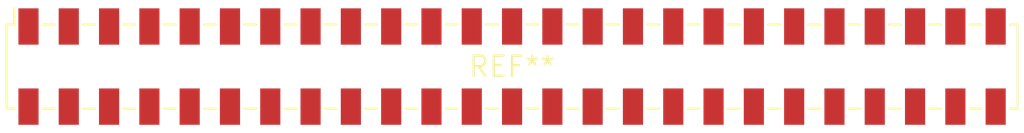
<source format=kicad_pcb>
(kicad_pcb (version 20240108) (generator pcbnew)
  (layers (0 "F.Cu" signal) (31 "B.Cu" signal) (34 "B.Paste" user) (35 "F.Paste" user) (36 "B.SilkS" user "B.Silkscreen") (37 "F.SilkS" user "F.Silkscreen") (38 "B.Mask" user) (39 "F.Mask" user) (44 "Edge.Cuts" user))
  (net 0 "")
  (footprint "Samtec_HLE-125-02-xxx-DV_2x25_P2.54mm_Horizontal" (layer "F.Cu") (at 0 0)
    (property "Reference" "REF**")
    (property "Value" "Samtec_HLE-125-02-xxx-DV_2x25_P2.54mm_Horizontal")
    (fp_line (start -31.86 -2.65) (end -31.86 2.65) (layer "F.SilkS") (stroke (width 0.12)))
    (fp_line (start -31.86 2.65) (end -31.375 2.65) (layer "F.SilkS") (stroke (width 0.12)))
    (fp_line (start -31.375 -3.67) (end -31.375 -2.65) (layer "F.SilkS") (stroke (width 0.12)))
    (fp_line (start -31.375 -2.65) (end -31.86 -2.65) (layer "F.SilkS") (stroke (width 0.12)))
    (fp_line (start -29.585 -2.65) (end -28.835 -2.65) (layer "F.SilkS") (stroke (width 0.12)))
    (fp_line (start -29.585 2.65) (end -28.835 2.65) (layer "F.SilkS") (stroke (width 0.12)))
    (fp_line (start -27.045 -2.65) (end -26.295 -2.65) (layer "F.SilkS") (stroke (width 0.12)))
    (fp_line (start -27.045 2.65) (end -26.295 2.65) (layer "F.SilkS") (stroke (width 0.12)))
    (fp_line (start -24.505 -2.65) (end -23.755 -2.65) (layer "F.SilkS") (stroke (width 0.12)))
    (fp_line (start -24.505 2.65) (end -23.755 2.65) (layer "F.SilkS") (stroke (width 0.12)))
    (fp_line (start -21.965 -2.65) (end -21.215 -2.65) (layer "F.SilkS") (stroke (width 0.12)))
    (fp_line (start -21.965 2.65) (end -21.215 2.65) (layer "F.SilkS") (stroke (width 0.12)))
    (fp_line (start -19.425 -2.65) (end -18.675 -2.65) (layer "F.SilkS") (stroke (width 0.12)))
    (fp_line (start -19.425 2.65) (end -18.675 2.65) (layer "F.SilkS") (stroke (width 0.12)))
    (fp_line (start -16.885 -2.65) (end -16.135 -2.65) (layer "F.SilkS") (stroke (width 0.12)))
    (fp_line (start -16.885 2.65) (end -16.135 2.65) (layer "F.SilkS") (stroke (width 0.12)))
    (fp_line (start -14.345 -2.65) (end -13.595 -2.65) (layer "F.SilkS") (stroke (width 0.12)))
    (fp_line (start -14.345 2.65) (end -13.595 2.65) (layer "F.SilkS") (stroke (width 0.12)))
    (fp_line (start -11.805 -2.65) (end -11.055 -2.65) (layer "F.SilkS") (stroke (width 0.12)))
    (fp_line (start -11.805 2.65) (end -11.055 2.65) (layer "F.SilkS") (stroke (width 0.12)))
    (fp_line (start -9.265 -2.65) (end -8.515 -2.65) (layer "F.SilkS") (stroke (width 0.12)))
    (fp_line (start -9.265 2.65) (end -8.515 2.65) (layer "F.SilkS") (stroke (width 0.12)))
    (fp_line (start -6.725 -2.65) (end -5.975 -2.65) (layer "F.SilkS") (stroke (width 0.12)))
    (fp_line (start -6.725 2.65) (end -5.975 2.65) (layer "F.SilkS") (stroke (width 0.12)))
    (fp_line (start -4.185 -2.65) (end -3.435 -2.65) (layer "F.SilkS") (stroke (width 0.12)))
    (fp_line (start -4.185 2.65) (end -3.435 2.65) (layer "F.SilkS") (stroke (width 0.12)))
    (fp_line (start -1.645 -2.65) (end -0.895 -2.65) (layer "F.SilkS") (stroke (width 0.12)))
    (fp_line (start -1.645 2.65) (end -0.895 2.65) (layer "F.SilkS") (stroke (width 0.12)))
    (fp_line (start 0.895 -2.65) (end 1.645 -2.65) (layer "F.SilkS") (stroke (width 0.12)))
    (fp_line (start 0.895 2.65) (end 1.645 2.65) (layer "F.SilkS") (stroke (width 0.12)))
    (fp_line (start 3.435 -2.65) (end 4.185 -2.65) (layer "F.SilkS") (stroke (width 0.12)))
    (fp_line (start 3.435 2.65) (end 4.185 2.65) (layer "F.SilkS") (stroke (width 0.12)))
    (fp_line (start 5.975 -2.65) (end 6.725 -2.65) (layer "F.SilkS") (stroke (width 0.12)))
    (fp_line (start 5.975 2.65) (end 6.725 2.65) (layer "F.SilkS") (stroke (width 0.12)))
    (fp_line (start 8.515 -2.65) (end 9.265 -2.65) (layer "F.SilkS") (stroke (width 0.12)))
    (fp_line (start 8.515 2.65) (end 9.265 2.65) (layer "F.SilkS") (stroke (width 0.12)))
    (fp_line (start 11.055 -2.65) (end 11.805 -2.65) (layer "F.SilkS") (stroke (width 0.12)))
    (fp_line (start 11.055 2.65) (end 11.805 2.65) (layer "F.SilkS") (stroke (width 0.12)))
    (fp_line (start 13.595 -2.65) (end 14.345 -2.65) (layer "F.SilkS") (stroke (width 0.12)))
    (fp_line (start 13.595 2.65) (end 14.345 2.65) (layer "F.SilkS") (stroke (width 0.12)))
    (fp_line (start 16.135 -2.65) (end 16.885 -2.65) (layer "F.SilkS") (stroke (width 0.12)))
    (fp_line (start 16.135 2.65) (end 16.885 2.65) (layer "F.SilkS") (stroke (width 0.12)))
    (fp_line (start 18.675 -2.65) (end 19.425 -2.65) (layer "F.SilkS") (stroke (width 0.12)))
    (fp_line (start 18.675 2.65) (end 19.425 2.65) (layer "F.SilkS") (stroke (width 0.12)))
    (fp_line (start 21.215 -2.65) (end 21.965 -2.65) (layer "F.SilkS") (stroke (width 0.12)))
    (fp_line (start 21.215 2.65) (end 21.965 2.65) (layer "F.SilkS") (stroke (width 0.12)))
    (fp_line (start 23.755 -2.65) (end 24.505 -2.65) (layer "F.SilkS") (stroke (width 0.12)))
    (fp_line (start 23.755 2.65) (end 24.505 2.65) (layer "F.SilkS") (stroke (width 0.12)))
    (fp_line (start 26.295 -2.65) (end 27.045 -2.65) (layer "F.SilkS") (stroke (width 0.12)))
    (fp_line (start 26.295 2.65) (end 27.045 2.65) (layer "F.SilkS") (stroke (width 0.12)))
    (fp_line (start 28.835 -2.65) (end 29.585 -2.65) (layer "F.SilkS") (stroke (width 0.12)))
    (fp_line (start 28.835 2.65) (end 29.585 2.65) (layer "F.SilkS") (stroke (width 0.12)))
    (fp_line (start 31.375 -2.65) (end 31.86 -2.65) (layer "F.SilkS") (stroke (width 0.12)))
    (fp_line (start 31.86 -2.65) (end 31.86 2.65) (layer "F.SilkS") (stroke (width 0.12)))
    (fp_line (start 31.86 2.65) (end 31.375 2.65) (layer "F.SilkS") (stroke (width 0.12)))
    (pad "1" smd rect (at -30.48 -2.525) (size 1.27 2.29) (layers "F.Cu" "F.Paste" "F.Mask"))
    (pad "2" smd rect (at -30.48 2.525) (size 1.27 2.29) (layers "F.Cu" "F.Paste" "F.Mask"))
    (pad "3" smd rect (at -27.94 -2.525) (size 1.27 2.29) (layers "F.Cu" "F.Paste" "F.Mask"))
    (pad "4" smd rect (at -27.94 2.525) (size 1.27 2.29) (layers "F.Cu" "F.Paste" "F.Mask"))
    (pad "5" smd rect (at -25.4 -2.525) (size 1.27 2.29) (layers "F.Cu" "F.Paste" "F.Mask"))
    (pad "6" smd rect (at -25.4 2.525) (size 1.27 2.29) (layers "F.Cu" "F.Paste" "F.Mask"))
    (pad "7" smd rect (at -22.86 -2.525) (size 1.27 2.29) (layers "F.Cu" "F.Paste" "F.Mask"))
    (pad "8" smd rect (at -22.86 2.525) (size 1.27 2.29) (layers "F.Cu" "F.Paste" "F.Mask"))
    (pad "9" smd rect (at -20.32 -2.525) (size 1.27 2.29) (layers "F.Cu" "F.Paste" "F.Mask"))
    (pad "10" smd rect (at -20.32 2.525) (size 1.27 2.29) (layers "F.Cu" "F.Paste" "F.Mask"))
    (pad "11" smd rect (at -17.78 -2.525) (size 1.27 2.29) (layers "F.Cu" "F.Paste" "F.Mask"))
    (pad "12" smd rect (at -17.78 2.525) (size 1.27 2.29) (layers "F.Cu" "F.Paste" "F.Mask"))
    (pad "13" smd rect (at -15.24 -2.525) (size 1.27 2.29) (layers "F.Cu" "F.Paste" "F.Mask"))
    (pad "14" smd rect (at -15.24 2.525) (size 1.27 2.29) (layers "F.Cu" "F.Paste" "F.Mask"))
    (pad "15" smd rect (at -12.7 -2.525) (size 1.27 2.29) (layers "F.Cu" "F.Paste" "F.Mask"))
    (pad "16" smd rect (at -12.7 2.525) (size 1.27 2.29) (layers "F.Cu" "F.Paste" "F.Mask"))
    (pad "17" smd rect (at -10.16 -2.525) (size 1.27 2.29) (layers "F.Cu" "F.Paste" "F.Mask"))
    (pad "18" smd rect (at -10.16 2.525) (size 1.27 2.29) (layers "F.Cu" "F.Paste" "F.Mask"))
    (pad "19" smd rect (at -7.62 -2.525) (size 1.27 2.29) (layers "F.Cu" "F.Paste" "F.Mask"))
    (pad "20" smd rect (at -7.62 2.525) (size 1.27 2.29) (layers "F.Cu" "F.Paste" "F.Mask"))
    (pad "21" smd rect (at -5.08 -2.525) (size 1.27 2.29) (layers "F.Cu" "F.Paste" "F.Mask"))
    (pad "22" smd rect (at -5.08 2.525) (size 1.27 2.29) (layers "F.Cu" "F.Paste" "F.Mask"))
    (pad "23" smd rect (at -2.54 -2.525) (size 1.27 2.29) (layers "F.Cu" "F.Paste" "F.Mask"))
    (pad "24" smd rect (at -2.54 2.525) (size 1.27 2.29) (layers "F.Cu" "F.Paste" "F.Mask"))
    (pad "25" smd rect (at 0 -2.525) (size 1.27 2.29) (layers "F.Cu" "F.Paste" "F.Mask"))
    (pad "26" smd rect (at 0 2.525) (size 1.27 2.29) (layers "F.Cu" "F.Paste" "F.Mask"))
    (pad "27" smd rect (at 2.54 -2.525) (size 1.27 2.29) (layers "F.Cu" "F.Paste" "F.Mask"))
    (pad "28" smd rect (at 2.54 2.525) (size 1.27 2.29) (layers "F.Cu" "F.Paste" "F.Mask"))
    (pad "29" smd rect (at 5.08 -2.525) (size 1.27 2.29) (layers "F.Cu" "F.Paste" "F.Mask"))
    (pad "30" smd rect (at 5.08 2.525) (size 1.27 2.29) (layers "F.Cu" "F.Paste" "F.Mask"))
    (pad "31" smd rect (at 7.62 -2.525) (size 1.27 2.29) (layers "F.Cu" "F.Paste" "F.Mask"))
    (pad "32" smd rect (at 7.62 2.525) (size 1.27 2.29) (layers "F.Cu" "F.Paste" "F.Mask"))
    (pad "33" smd rect (at 10.16 -2.525) (size 1.27 2.29) (layers "F.Cu" "F.Paste" "F.Mask"))
    (pad "34" smd rect (at 10.16 2.525) (size 1.27 2.29) (layers "F.Cu" "F.Paste" "F.Mask"))
    (pad "35" smd rect (at 12.7 -2.525) (size 1.27 2.29) (layers "F.Cu" "F.Paste" "F.Mask"))
    (pad "36" smd rect (at 12.7 2.525) (size 1.27 2.29) (layers "F.Cu" "F.Paste" "F.Mask"))
    (pad "37" smd rect (at 15.24 -2.525) (size 1.27 2.29) (layers "F.Cu" "F.Paste" "F.Mask"))
    (pad "38" smd rect (at 15.24 2.525) (size 1.27 2.29) (layers "F.Cu" "F.Paste" "F.Mask"))
    (pad "39" smd rect (at 17.78 -2.525) (size 1.27 2.29) (layers "F.Cu" "F.Paste" "F.Mask"))
    (pad "40" smd rect (at 17.78 2.525) (size 1.27 2.29) (layers "F.Cu" "F.Paste" "F.Mask"))
    (pad "41" smd rect (at 20.32 -2.525) (size 1.27 2.29) (layers "F.Cu" "F.Paste" "F.Mask"))
    (pad "42" smd rect (at 20.32 2.525) (size 1.27 2.29) (layers "F.Cu" "F.Paste" "F.Mask"))
    (pad "43" smd rect (at 22.86 -2.525) (size 1.27 2.29) (layers "F.Cu" "F.Paste" "F.Mask"))
    (pad "44" smd rect (at 22.86 2.525) (size 1.27 2.29) (layers "F.Cu" "F.Paste" "F.Mask"))
    (pad "45" smd rect (at 25.4 -2.525) (size 1.27 2.29) (layers "F.Cu" "F.Paste" "F.Mask"))
    (pad "46" smd rect (at 25.4 2.525) (size 1.27 2.29) (layers "F.Cu" "F.Paste" "F.Mask"))
    (pad "47" smd rect (at 27.94 -2.525) (size 1.27 2.29) (layers "F.Cu" "F.Paste" "F.Mask"))
    (pad "48" smd rect (at 27.94 2.525) (size 1.27 2.29) (layers "F.Cu" "F.Paste" "F.Mask"))
    (pad "49" smd rect (at 30.48 -2.525) (size 1.27 2.29) (layers "F.Cu" "F.Paste" "F.Mask"))
    (pad "50" smd rect (at 30.48 2.525) (size 1.27 2.29) (layers "F.Cu" "F.Paste" "F.Mask"))
  )
)
</source>
